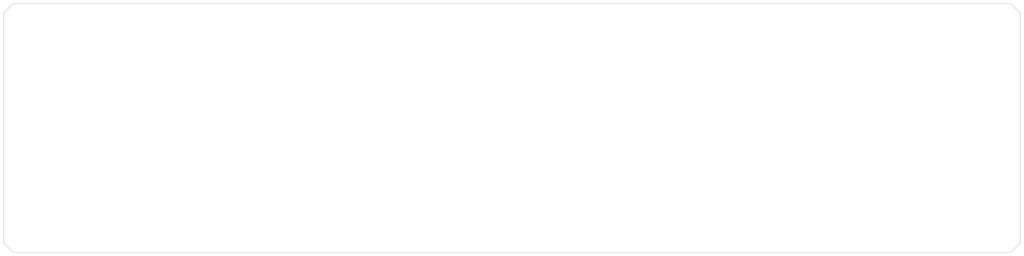
<source format=kicad_pcb>
(kicad_pcb (version 20211014) (generator pcbnew)

  (general
    (thickness 1.6062)
  )

  (paper "A4")
  (layers
    (0 "F.Cu" signal)
    (1 "In1.Cu" signal)
    (2 "In2.Cu" signal)
    (31 "B.Cu" signal)
    (32 "B.Adhes" user "B.Adhesive")
    (33 "F.Adhes" user "F.Adhesive")
    (34 "B.Paste" user)
    (35 "F.Paste" user)
    (36 "B.SilkS" user "B.Silkscreen")
    (37 "F.SilkS" user "F.Silkscreen")
    (38 "B.Mask" user)
    (39 "F.Mask" user)
    (40 "Dwgs.User" user "User.Drawings")
    (41 "Cmts.User" user "User.Comments")
    (42 "Eco1.User" user "User.Eco1")
    (43 "Eco2.User" user "User.Eco2")
    (44 "Edge.Cuts" user)
    (45 "Margin" user)
    (46 "B.CrtYd" user "B.Courtyard")
    (47 "F.CrtYd" user "F.Courtyard")
    (48 "B.Fab" user)
    (49 "F.Fab" user)
    (50 "User.1" user)
    (51 "User.2" user)
    (52 "User.3" user)
    (53 "User.4" user)
    (54 "User.5" user)
    (55 "User.6" user)
    (56 "User.7" user)
    (57 "User.8" user)
    (58 "User.9" user)
  )

  (setup
    (stackup
      (layer "F.SilkS" (type "Top Silk Screen") (color "White"))
      (layer "F.Paste" (type "Top Solder Paste"))
      (layer "F.Mask" (type "Top Solder Mask") (color "Black") (thickness 0.01))
      (layer "F.Cu" (type "copper") (thickness 0.035))
      (layer "dielectric 1" (type "prepreg") (thickness 0.2104) (material "FR4") (epsilon_r 4.5) (loss_tangent 0.02))
      (layer "In1.Cu" (type "copper") (thickness 0.0152))
      (layer "dielectric 2" (type "core") (thickness 1.065) (material "FR4") (epsilon_r 4.5) (loss_tangent 0.02))
      (layer "In2.Cu" (type "copper") (thickness 0.0152))
      (layer "dielectric 3" (type "prepreg") (thickness 0.2104) (material "FR4") (epsilon_r 4.5) (loss_tangent 0.02))
      (layer "B.Cu" (type "copper") (thickness 0.035))
      (layer "B.Mask" (type "Bottom Solder Mask") (color "Black") (thickness 0.01))
      (layer "B.Paste" (type "Bottom Solder Paste"))
      (layer "B.SilkS" (type "Bottom Silk Screen") (color "White"))
      (copper_finish "None")
      (dielectric_constraints no)
    )
    (pad_to_mask_clearance 0)
    (aux_axis_origin 46 81)
    (grid_origin 66 101)
    (pcbplotparams
      (layerselection 0x00010fc_ffffffff)
      (disableapertmacros false)
      (usegerberextensions false)
      (usegerberattributes true)
      (usegerberadvancedattributes true)
      (creategerberjobfile true)
      (svguseinch false)
      (svgprecision 6)
      (excludeedgelayer true)
      (plotframeref false)
      (viasonmask false)
      (mode 1)
      (useauxorigin false)
      (hpglpennumber 1)
      (hpglpenspeed 20)
      (hpglpendiameter 15.000000)
      (dxfpolygonmode true)
      (dxfimperialunits true)
      (dxfusepcbnewfont true)
      (psnegative false)
      (psa4output false)
      (plotreference true)
      (plotvalue true)
      (plotinvisibletext false)
      (sketchpadsonfab false)
      (subtractmaskfromsilk false)
      (outputformat 1)
      (mirror false)
      (drillshape 1)
      (scaleselection 1)
      (outputdirectory "")
    )
  )

  (net 0 "")

  (gr_poly
    (pts
      (xy 48 81.5)
      (xy 204 81.5)
      (xy 205.5 83)
      (xy 205.5 119)
      (xy 204 120.5)
      (xy 48 120.5)
      (xy 46.5 119)
      (xy 46.5 83)
    ) (layer "Edge.Cuts") (width 0.1) (fill none) (tstamp ae85af8d-0385-40e0-a15e-890a063431b3))
  (gr_circle (center 53.3 93.38) (end 53.3 92.11) (layer "User.1") (width 0.15) (fill none) (tstamp 002d9934-c8f6-4e33-bbc3-e9234f6189f4))
  (gr_circle (center 78.7 106.08) (end 78.7 104.81) (layer "User.1") (width 0.15) (fill none) (tstamp 023e83de-af62-4d05-a9a3-fa97a16d3291))
  (gr_circle (center 191.08 113.7) (end 192.35 113.7) (layer "User.1") (width 0.15) (fill none) (tstamp 0259ff47-65c5-4996-9811-dfd0a949dfd5))
  (gr_circle (center 53.3 111.16) (end 53.3 109.89) (layer "User.1") (width 0.15) (fill none) (tstamp 028b0f3f-9b95-415f-9806-a2012f466759))
  (gr_circle (center 71.08 113.7) (end 72.35 113.7) (layer "User.1") (width 0.15) (fill none) (tstamp 04d8c0b9-fd28-4312-95c2-58e88c5ac9b0))
  (gr_circle (center 133.3 93.38) (end 133.3 92.11) (layer "User.1") (width 0.15) (fill none) (tstamp 058c4542-b4dc-4d61-a9ff-a04f45760538))
  (gr_circle (center 73.62 88.3) (end 74.89 88.3) (layer "User.1") (width 0.15) (fill none) (tstamp 076857b1-b885-4a0b-8db3-60dcff1d111c))
  (gr_rect (start 77.43 112.43) (end 79.97 89.57) (layer "User.1") (width 0.15) (fill none) (tstamp 07b1ed44-9a28-4334-8e8d-8bd4b53f5e8d))
  (gr_circle (center 113.62 88.3) (end 114.89 88.3) (layer "User.1") (width 0.15) (fill none) (tstamp 0873b673-9097-4506-813d-6ca3318e0e49))
  (gr_circle (center 66 88.3) (end 67.27 88.3) (layer "User.1") (width 0.15) (fill none) (tstamp 0a318eb1-a61a-42cf-b009-c5111886aae9))
  (gr_circle (center 173.3 98.46) (end 173.3 97.19) (layer "User.1") (width 0.15) (fill none) (tstamp 0c0583c7-ad62-48ce-8ed7-0f6fca4fd686))
  (gr_circle (center 138.38 88.3) (end 139.65 88.3) (layer "User.1") (width 0.15) (fill none) (tstamp 0cf8abe6-4767-407e-8920-8266baeb3500))
  (gr_circle (center 78.7 98.46) (end 78.7 97.19) (layer "User.1") (width 0.15) (fill none) (tstamp 0f080dfc-c990-4358-9955-cc56dfa127d9))
  (gr_circle (center 78.7 108.62) (end 78.7 107.35) (layer "User.1") (width 0.15) (fill none) (tstamp 0fa87829-a054-48e5-9f01-293522c3a902))
  (gr_circle (center 173.3 106.08) (end 173.3 104.81) (layer "User.1") (width 0.15) (fill none) (tstamp 102c6113-de2a-428d-83db-5002296c500f))
  (gr_circle (center 158.7 95.92) (end 158.7 94.65) (layer "User.1") (width 0.15) (fill none) (tstamp 12b4c51a-1595-459c-aead-fdcfdcf9661b))
  (gr_circle (center 118.7 108.62) (end 118.7 107.35) (layer "User.1") (width 0.15) (fill none) (tstamp 12e018d9-bf61-4922-b537-5dce006701d6))
  (gr_circle (center 188.54 88.3) (end 189.81 88.3) (layer "User.1") (width 0.15) (fill none) (tstamp 12eb3935-7410-421a-a576-efc29cfabfb7))
  (gr_circle (center 66 113.7) (end 67.27 113.7) (layer "User.1") (width 0.15) (fill none) (tstamp 149e3321-4867-4c96-932a-aa4b94134f02))
  (gr_circle (center 93.3 106.08) (end 93.3 104.81) (layer "User.1") (width 0.15) (fill none) (tstamp 14bd52d6-d309-4c93-8a69-7bfa893c9fa4))
  (gr_circle (center 118.7 111.16) (end 118.7 109.89) (layer "User.1") (width 0.15) (fill none) (tstamp 189dd023-7623-4c5f-a5a7-0c32df952be6))
  (gr_circle (center 78.7 95.92) (end 78.7 94.65) (layer "User.1") (width 0.15) (fill none) (tstamp 1cce4635-2dc7-4081-841c-9950002cf8f4))
  (gr_circle (center 196.16 113.7) (end 197.43 113.7) (layer "User.1") (width 0.15) (fill none) (tstamp 1d631efe-8c7e-4943-83e2-21bb3843a3b9))
  (gr_circle (center 58.38 113.7) (end 59.65 113.7) (layer "User.1") (width 0.15) (fill none) (tstamp 2078dde6-d398-4942-9624-11a7540c015e))
  (gr_circle (center 198.7 106.08) (end 198.7 104.81) (layer "User.1") (width 0.15) (fill none) (tstamp 221e9ac4-f0d5-47cd-a3f5-fe97a540b037))
  (gr_circle (center 173.3 103.54) (end 173.3 102.27) (layer "User.1") (width 0.15) (fill none) (tstamp 232bf9cb-4d2b-4f26-b837-07c55e6d6ead))
  (gr_circle (center 135.84 88.3) (end 137.11 88.3) (layer "User.1") (width 0.15) (fill none) (tstamp 233a2849-c67a-4e89-8614-c46bebcf2a5c))
  (gr_circle (center 146 88.3) (end 147.27 88.3) (layer "User.1") (width 0.15) (fill none) (tstamp 24ca4f5b-7791-4df7-95ac-bee026e9115e))
  (gr_circle (center 78.7 111.16) (end 78.7 109.89) (layer "User.1") (width 0.15) (fill none) (tstamp 2876169e-b1c0-4fe0-9f2f-692cd4336b6b))
  (gr_circle (center 108.54 88.3) (end 109.81 88.3) (layer "User.1") (width 0.15) (fill none) (tstamp 28c33219-826f-4fd0-9590-41c461014511))
  (gr_circle (center 146 113.7) (end 147.27 113.7) (layer "User.1") (width 0.15) (fill none) (tstamp 29935db6-936f-4f5b-aa24-66242412e2fe))
  (gr_circle (center 133.3 101) (end 133.3 99.73) (layer "User.1") (width 0.15) (fill none) (tstamp 2ce03b35-aa00-4312-ab8c-311f096f680d))
  (gr_circle (center 198.7 111.16) (end 198.7 109.89) (layer "User.1") (width 0.15) (fill none) (tstamp 2db9490d-0287-4d67-9f9b-f05ec32c3e98))
  (gr_circle (center 106 88.3) (end 107.27 88.3) (layer "User.1") (width 0.15) (fill none) (tstamp 2fe549bb-e336-4a99-90af-7f353278cd75))
  (gr_circle (center 103.46 88.3) (end 104.73 88.3) (layer "User.1") (width 0.15) (fill none) (tstamp 3deef85d-fad1-4f10-9e7f-5cfbae98b510))
  (gr_circle (center 148.54 113.7) (end 149.81 113.7) (layer "User.1") (width 0.15) (fill none) (tstamp 3e5fb51f-9d3e-48e1-a529-6a22344781b6))
  (gr_circle (center 193.62 113.7) (end 194.89 113.7) (layer "User.1") (width 0.15) (fill none) (tstamp 41cb5522-ee0e-4116-9bf1-6b5fb66451db))
  (gr_circle (center 178.38 113.7) (end 179.65 113.7) (layer "User.1") (width 0.15) (fill none) (tstamp 42dda1c5-3d2d-4f88-994a-e9080338e067))
  (gr_circle (center 173.3 93.38) (end 173.3 92.11) (layer "User.1") (width 0.15) (fill none) (tstamp 440df216-e249-4407-a697-c3dc63827400))
  (gr_rect (start 132.03 112.43) (end 134.57 89.57) (layer "User.1") (width 0.15) (fill none) (tstamp 44aae05b-77df-4bab-a2f5-a7b2dd8f386a))
  (gr_circle (center 55.84 88.3) (end 57.11 88.3) (layer "User.1") (width 0.15) (fill none) (tstamp 44fa9f65-2477-41eb-bd00-685a78d765d1))
  (gr_circle (center 93.3 98.46) (end 93.3 97.19) (layer "User.1") (width 0.15) (fill none) (tstamp 47116c51-9801-4cab-9da9-ac747247fb6d))
  (gr_circle (center 108.54 113.7) (end 109.81 113.7) (layer "User.1") (width 0.15) (fill none) (tstamp 47b3f2ba-7e52-41a0-909e-fa9af0f32383))
  (gr_circle (center 78.7 101) (end 78.7 99.73) (layer "User.1") (width 0.15) (fill none) (tstamp 4bbf8134-0015-49ac-9a22-521d8c5dcfe2))
  (gr_circle (center 198.7 90.84) (end 198.7 89.57) (layer "User.1") (width 0.15) (fill none) (tstamp 4db39c33-6c29-429d-8982-766b7dc8f951))
  (gr_circle (center 198.7 108.62) (end 198.7 107.35) (layer "User.1") (width 0.15) (fill none) (tstamp 51854fba-064c-4c69-ba8e-787483c0a14a))
  (gr_circle (center 173.3 101) (end 173.3 99.73) (layer "User.1") (width 0.15) (fill none) (tstamp 52ed27ad-4dad-4295-aa3f-2cfc697b754e))
  (gr_circle (center 173.3 90.84) (end 173.3 89.57) (layer "User.1") (width 0.15) (fill none) (tstamp 5370bea5-a7ae-42e2-88b5-97a831d2b7d7))
  (gr_rect (start 172.03 112.43) (end 174.57 89.57) (layer "User.1") (width 0.15) (fill none) (tstamp 539134b0-e5ce-4c33-abc3-e24462e52f6f))
  (gr_circle (center 175.84 88.3) (end 177.11 88.3) (layer "User.1") (width 0.15) (fill none) (tstamp 5617ae44-7710-4110-81be-10d40662cde6))
  (gr_rect (start 94.57 87.03) (end 117.43 89.57) (layer "User.1") (width 0.15) (fill none) (tstamp 59468208-a8c6-49bb-b813-59e516079a92))
  (gr_circle (center 78.7 93.38) (end 78.7 92.11) (layer "User.1") (width 0.15) (fill none) (tstamp 5badb200-b537-4b1f-bcd7-e268c39a42cb))
  (gr_circle (center 111.08 88.3) (end 112.35 88.3) (layer "User.1") (width 0.15) (fill none) (tstamp 5cd3e572-1eeb-4d99-8828-5f85ee86778a))
  (gr_circle (center 118.7 103.54) (end 118.7 102.27) (layer "User.1") (width 0.15) (fill none) (tstamp 5e003c17-ddd0-4a84-bae4-115dbec842dd))
  (gr_rect (start 174.57 112.43) (end 197.43 114.97) (layer "User.1") (width 0.15) (fill none) (tstamp 5e151dc0-4c72-44f1-a9e1-c06e852e5018))
  (gr_circle (center 53.3 95.92) (end 53.3 94.65) (layer "User.1") (width 0.15) (fill none) (tstamp 5ece3abc-14df-4e17-aea3-74d7874b2172))
  (gr_circle (center 196.16 88.3) (end 197.43 88.3) (layer "User.1") (width 0.15) (fill none) (tstamp 5ff492e9-0b40-4201-bbb5-ebcb47af2f3b))
  (gr_circle (center 133.3 98.46) (end 133.3 97.19) (layer "User.1") (width 0.15) (fill none) (tstamp 607ae340-d1d7-4a9e-a095-fe8321790b35))
  (gr_circle (center 93.3 111.16) (end 93.3 109.89) (layer "User.1") (width 0.15) (fill none) (tstamp 61c0299f-496b-40f6-bb2e-f17cb3e660a6))
  (gr_circle (center 178.38 88.3) (end 179.65 88.3) (layer "User.1") (width 0.15) (fill none) (tstamp 625b5440-f541-45ba-bd71-3bc5594af0d9))
  (gr_circle (center 193.62 88.3) (end 194.89 88.3) (layer "User.1") (width 0.15) (fill none) (tstamp 64ae08ad-06f1-4d67-a461-6ae28ff358f9))
  (gr_circle (center 93.3 90.84) (end 93.3 89.57) (layer "User.1") (width 0.15) (fill none) (tstamp 67529e39-5a12-4e4d-a26f-6caef6e3d224))
  (gr_circle (center 186 88.3) (end 187.27 88.3) (layer "User.1") (width 0.15) (fill none) (tstamp 68251a2c-a224-466f-a394-3320c18461d8))
  (gr_circle (center 68.54 113.7) (end 69.81 113.7) (layer "User.1") (width 0.15) (fill none) (tstamp 68da07ad-f184-46b8-81b5-0ab2e762cfa2))
  (gr_rect (start 92.03 112.43) (end 94.57 89.57) (layer "User.1") (width 0.15) (fill none) (tstamp 6a596e6a-3010-4e40-ac7c-b86783cab220))
  (gr_circle (center 60.92 88.3) (end 62.19 88.3) (layer "User.1") (width 0.15) (fill none) (tstamp 6affb22c-39ed-426b-b47f-6b5673049261))
  (gr_circle (center 175.84 113.7) (end 177.11 113.7) (layer "User.1") (width 0.15) (fill none) (tstamp 6b8dcce9-e2dd-40fc-9a2f-c34566de052f))
  (gr_circle (center 53.3 106.08) (end 53.3 104.81) (layer "User.1") (width 0.15) (fill none) (tstamp 6cbe0dbf-de1b-4f78-a3bd-0e61028b2bd0))
  (gr_circle (center 133.3 106.08) (end 133.3 104.81) (layer "User.1") (width 0.15) (fill none) (tstamp 743c06d7-398a-4243-a619-06e1708ae533))
  (gr_rect (start 197.43 112.43) (end 199.97 89.57) (layer "User.1") (width 0.15) (fill none) (tstamp 749ce235-01a4-44e0-a037-25b23b3fc72c))
  (gr_circle (center 53.3 103.54) (end 53.3 102.27) (layer "User.1") (width 0.15) (fill none) (tstamp 7535a7f5-e263-48a8-9037-6f2fa1d8af9c))
  (gr_circle (center 158.7 101) (end 158.7 99.73) (layer "User.1") (width 0.15) (fill none) (tstamp 75411be5-49dd-4001-82e1-37225580afdf))
  (gr_rect (start 174.57 87.03) (end 197.43 89.57) (layer "User.1") (width 0.15) (fill none) (tstamp 75880152-d170-4b11-ab79-36fa0b948fda))
  (gr_circle (center 78.7 90.84) (end 78.7 89.57) (layer "User.1") (width 0.15) (fill none) (tstamp 7935eebc-b9ea-4d3b-8779-d785a97d723c))
  (gr_circle (center 95.84 113.7) (end 97.11 113.7) (layer "User.1") (width 0.15) (fill none) (tstamp 79b6caba-8a35-48dd-9a5c-ba2da95d0548))
  (gr_circle (center 93.3 103.54) (end 93.3 102.27) (layer "User.1") (width 0.15) (fill none) (tstamp 7a3606ba-1923-457e-9c03-bf8496c6cae2))
  (gr_rect (start 54.57 87.03) (end 77.43 89.57) (layer "User.1") (width 0.15) (fill none) (tstamp 7cb26442-f4ad-44e3-9b68-d4cce9e4f608))
  (gr_circle (center 100.92 88.3) (end 102.19 88.3) (layer "User.1") (width 0.15) (fill none) (tstamp 7fbc182b-8fb1-403c-bcae-f8241d9794bc))
  (gr_circle (center 116.16 113.7) (end 117.43 113.7) (layer "User.1") (width 0.15) (fill none) (tstamp 802c0dfc-f3fc-43cd-9058-5961cd2c1d81))
  (gr_circle (center 151.08 113.7) (end 152.35 113.7) (layer "User.1") (width 0.15) (fill none) (tstamp 838b4c7f-b6ed-4108-a677-154fce239ecf))
  (gr_circle (center 103.46 113.7) (end 104.73 113.7) (layer "User.1") (width 0.15) (fill none) (tstamp 84e55b9b-4af5-4ccf-a2e4-9b42fb387324))
  (gr_circle (center 158.7 106.08) (end 158.7 104.81) (layer "User.1") (width 0.15) (fill none) (tstamp 85931701-aafb-4595-9341-41ea055bfbf8))
  (gr_circle (center 133.3 90.84) (end 133.3 89.57) (layer "User.1") (width 0.15) (fill none) (tstamp 865e6975-f053-4535-8deb-d426b16e54c8))
  (gr_circle (center 198.7 98.46) (end 198.7 97.19) (layer "User.1") (width 0.15) (fill none) (tstamp 89778500-a704-4310-9c5e-e2c3e9044422))
  (gr_rect (start 134.57 87.03) (end 157.43 89.57) (layer "User.1") (width 0.15) (fill none) (tstamp 8a8698f5-9eef-469b-8024-9ec7522e1edf))
  (gr_circle (center 133.3 108.62) (end 133.3 107.35) (layer "User.1") (width 0.15) (fill none) (tstamp 8a9ab13b-6332-4b41-b4fa-d0941722e1ca))
  (gr_circle (center 173.3 108.62) (end 173.3 107.35) (layer "User.1") (width 0.15) (fill none) (tstamp 8d6d34ae-8aaf-4299-89ce-8667fae054ae))
  (gr_circle (center 133.3 103.54) (end 133.3 102.27) (layer "User.1") (width 0.15) (fill none) (tstamp 8ff70e53-1d41-4f58-8d9b-9e8cbb9394fc))
  (gr_circle (center 188.54 113.7) (end 189.81 113.7) (layer "User.1") (width 0.15) (fill none) (tstamp 939c6909-ff38-41ca-af5b-c18ee8c99a27))
  (gr_circle (center 183.46 88.3) (end 184.73 88.3) (layer "User.1") (width 0.15) (fill none) (tstamp 96d4f8aa-9897-4d37-bce2-919a7129a604))
  (gr_circle (center 76.16 113.7) (end 77.43 113.7) (layer "User.1") (width 0.15) (fill none) (tstamp 9be582bc-40ea-4803-bfa0-585998db1641))
  (gr_circle (center 143.46 113.7) (end 144.73 113.7) (layer "User.1") (width 0.15) (fill none) (tstamp 9e6f6d5b-2aee-4d3a-bc54-d242807adace))
  (gr_circle (center 76.16 88.3) (end 77.43 88.3) (layer "User.1") (width 0.15) (fill none) (tstamp 9e8812a0-35e6-4a8e-8963-f33111361433))
  (gr_circle (center 198.7 93.38) (end 198.7 92.11) (layer "User.1") (width 0.15) (fill none) (tstamp 9f79ebf7-56bf-402b-85e5-a46c7b786d82))
  (gr_circle (center 98.38 88.3) (end 99.65 88.3) (layer "User.1") (width 0.15) (fill none) (tstamp a061e8e2-eb5d-46dc-a23f-f672eafd5cd1))
  (gr_circle (center 95.84 88.3) (end 97.11 88.3) (layer "User.1") (width 0.15) (fill none) (tstamp a1c9adc6-d71d-4f68-a4bf-54d2cf1fa191))
  (gr_circle (center 113.62 113.7) (end 114.89 113.7) (layer "User.1") (width 0.15) (fill none) (tstamp a5636ac6-7fb6-4d6d-87ad-69ed9a9c0cdc))
  (gr_circle (center 98.38 113.7) (end 99.65 113.7) (layer "User.1") (width 0.15) (fill none) (tstamp a5d9562d-2855-4df2-85ce-a6c70ea08f7b))
  (gr_circle (center 180.92 88.3) (end 182.19 88.3) (layer "User.1") (width 0.15) (fill none) (tstamp a6387e07-22be-4201-9515-7bbfce7ea109))
  (gr_circle (center 93.3 108.62) (end 93.3 107.35) (layer "User.1") (width 0.15) (fill none) (tstamp a74125fb-a09b-4553-883a-78266b2716c0))
  (gr_circle (center 78.7 103.54) (end 78.7 102.27) (layer "User.1") (width 0.15) (fill none) (tstamp a873b4ec-14ed-4f61-bb24-0bdc2f47ccc2))
  (gr_circle (center 198.7 95.92) (end 198.7 94.65) (layer "User.1") (width 0.15) (fill none) (tstamp acad3394-9c59-4a62-b373-ea087578fca1))
  (gr_circle (center 133.3 111.16) (end 133.3 109.89) (layer "User.1") (width 0.15) (fill none) (tstamp aecce269-3dbd-4d3e-8b8d-069da310ffe0))
  (gr_circle (center 158.7 108.62) (end 158.7 107.35) (layer "User.1") (width 0.15) (fill none) (tstamp b28a7231-1dbc-4231-b4bb-f4b53c6c7838))
  (gr_rect (start 94.57 112.43) (end 117.43 114.97) (layer "User.1") (width 0.15) (fill none) (tstamp b329685d-d519-41c0-9aa7-5f33635e6336))
  (gr_circle (center 111.08 113.7) (end 112.35 113.7) (layer "User.1") (width 0.15) (fill none) (tstamp b5d062f2-25bf-42d3-a7dc-35d1daa3703b))
  (gr_circle (center 106 113.7) (end 107.27 113.7) (layer "User.1") (width 0.15) (fill none) (tstamp bb1f5e92-e85e-477d-9984-1c20fdd2a025))
  (gr_circle (center 133.3 95.92) (end 133.3 94.65) (layer "User.1") (width 0.15) (fill none) (tstamp bc9192b8-64f2-46e9-9293-98be5bbfe440))
  (gr_circle (center 53.3 98.46) (end 53.3 97.19) (layer "User.1") (width 0.15) (fill none) (tstamp bd0209be-e7ea-42a5-96b3-d808e4806df1))
  (gr_circle (center 198.7 103.54) (end 198.7 102.27) (layer "User.1") (width 0.15) (fill none) (tstamp bd5c814b-3bd4-4208-937d-5b865bfddc4e))
  (gr_circle (center 118.7 90.84) (end 118.7 89.57) (layer "User.1") (width 0.15) (fill none) (tstamp be170511-a6a2-45e3-ab62-48c773153fab))
  (gr_circle (center 156.16 113.7) (end 157.43 113.7) (layer "User.1") (width 0.15) (fill none) (tstamp bf0a02ee-51a8-40a5-82c3-b107cf777440))
  (gr_circle (center 151.08 88.3) (end 152.35 88.3) (layer "User.1") (width 0.15) (fill none) (tstamp bfc4f0a7-a3f9-4e5b-8d69-4dce5c187712))
  (gr_circle (center 153.62 113.7) (end 154.89 113.7) (layer "User.1") (width 0.15) (fill none) (tstamp c0481c8f-57da-471a-81e9-3d01c3a0a09d))
  (gr_circle (center 138.38 113.7) (end 139.65 113.7) (layer "User.1") (width 0.15) (fill none) (tstamp c15dfccb-63c6-4537-b344-abd93f178c08))
  (gr_rect (start 52.03 112.43) (end 54.57 89.57) (layer "User.1") (width 0.15) (fill none) (tstamp c24d159b-5367-47b4-8355-4e8aa4aff730))
  (gr_circle (center 135.84 113.7) (end 137.11 113.7) (layer "User.1") (width 0.15) (fill none) (tstamp c51fb066-e5de-4e2f-9d66-08c7829f08da))
  (gr_circle (center 53.3 101) (end 53.3 99.73) (layer "User.1") (width 0.15) (fill none) (tstamp c8472d16-18c1-4c53-a380-ba42c968dc4f))
  (gr_circle (center 158.7 98.46) (end 158.7 97.19) (layer "User.1") (width 0.15) (fill none) (tstamp caeaa7f3-38c2-44e5-9765-fa16332f6048))
  (gr_circle (center 158.7 90.84) (end 158.7 89.57) (layer "User.1") (width 0.15) (fill none) (tstamp cbb48510-22f9-48a2-abab-13e0e5e52d63))
  (gr_circle (center 186 113.7) (end 187.27 113.7) (layer "User.1") (width 0.15) (fill none) (tstamp cbccfda2-5682-4d54-a3ae-590dc93b075d))
  (gr_circle (center 93.3 93.38) (end 93.3 92.11) (layer "User.1") (width 0.15) (fill none) (tstamp cc120185-20e5-4998-9e9e-31f75f3339f8))
  (gr_circle (center 158.7 93.38) (end 158.7 92.11) (layer "User.1") (width 0.15) (fill none) (tstamp cd65f29a-7c7c-453a-9049-200d464e98de))
  (gr_circle (center 60.92 113.7) (end 62.19 113.7) (layer "User.1") (width 0.15) (fill none) (tstamp cd7e8386-9233-4658-8804-b9f559c92d3a))
  (gr_rect (start 54.57 112.43) (end 77.43 114.97) (layer "User.1") (width 0.15) (fill none) (tstamp cfdd9c0d-cd37-439a-909d-b8a2edd51242))
  (gr_circle (center 53.3 108.62) (end 53.3 107.35) (layer "User.1") (width 0.15) (fill none) (tstamp d05f3ed3-02e5-403a-b38e-46d4cc9c20c5))
  (gr_circle (center 191.08 88.3) (end 192.35 88.3) (layer "User.1") (width 0.15) (fill none) (tstamp d1874b35-e47f-4095-9dcb-0781f9b3004c))
  (gr_circle (center 116.16 88.3) (end 117.43 88.3) (layer "User.1") (width 0.15) (fill none) (tstamp d20a6bed-f6c3-4c1b-8ef6-452ebd5d0a17))
  (gr_circle (center 183.46 113.7) (end 184.73 113.7) (layer "User.1") (width 0.15) (fill none) (tstamp d61962a7-def1-495b-9c2d-1e41ca9cb97e))
  (gr_circle (center 198.7 101) (end 198.7 99.73) (layer "User.1") (width 0.15) (fill none) (tstamp d7ffd145-953a-4277-872a-e619196be1ef))
  (gr_rect (start 157.43 112.43) (end 159.97 89.57) (layer "User.1") (width 0.15) (fill none) (tstamp d8d8e742-4c94-4444-bf1c-662b02fc4216))
  (gr_circle (center 100.92 113.7) (end 102.19 113.7) (layer "User.1") (width 0.15) (fill none) (tstamp d9550584-01f3-412c-8fbd-bfd3f243276e))
  (gr_circle (center 71.08 88.3) (end 72.35 88.3) (layer "User.1") (width 0.15) (fill none) (tstamp d9a6595b-93c6-4120-9036-60ddaba5e740))
  (gr_circle (center 63.46 113.7) (end 64.73 113.7) (layer "User.1") (width 0.15) (fill none) (tstamp da0b77f4-2fe0-45a0-972c-c860bad039b8))
  (gr_circle (center 140.92 88.3) (end 142.19 88.3) (layer "User.1") (width 0.15) (fill none) (tstamp ddcf6c8e-f227-47cf-a70c-60f43b292f6a))
  (gr_circle (center 158.7 103.54) (end 158.7 102.27) (layer "User.1") (width 0.15) (fill none) (tstamp def17f8b-269b-4068-8522-bf558f0442ec))
  (gr_rect (start 117.43 112.43) (end 119.97 89.57) (layer "User.1") (width 0.15) (fill none) (tstamp dfadb04f-1e3e-48fd-b285-a82166be0353))
  (gr_circle (center 148.54 88.3) (end 149.81 88.3) (layer "User.1") (width 0.15) (fill none) (tstamp dff27367-2b82-4e4b-b78f-6283c54c7911))
  (gr_circle (center 158.7 111.16) (end 158.7 109.89) (layer "User.1") (width 0.15) (fill none) (tstamp e13a4115-c61e-41f7-853b-357626e6ced2))
  (gr_circle (center 93.3 101) (end 93.3 99.73) (layer "User.1") (width 0.15) (fill none) (tstamp e370fb16-078c-407d-a2d3-a0bf51485ca0))
  (gr_circle (center 53.3 90.84) (end 53.3 89.57) (layer "User.1") (width 0.15) (fill none) (tstamp e415ddc3-c0dc-4555-9b92-4db24d3eff2a))
  (gr_circle (center 173.3 111.16) (end 173.3 109.89) (layer "User.1") (width 0.15) (fill none) (tstamp e4a200c5-2220-410c-bb9c-56667178f752))
  (gr_circle (center 156.16 88.3) (end 157.43 88.3) (layer "User.1") (width 0.15) (fill none) (tstamp e7e4b34f-4a9d-4962-9ebf-3e032ac78ef6))
  (gr_circle (center 63.46 88.3) (end 64.73 88.3) (layer "User.1") (width 0.15) (fill none) (tstamp e88a8610-76d0-4116-8deb-41226f89eed9))
  (gr_circle (center 118.7 106.08) (end 118.7 104.81) (layer "User.1") (width 0.15) (fill none) (tstamp e89f584b-1111-4186-ae21-d60ff5726edf))
  (gr_circle (center 93.3 95.92) (end 93.3 94.65) (layer "User.1") (width 0.15) (fill none) (tstamp e8e3abc9-0bc4-499c-92bf-65f4dfd6ce55))
  (gr_circle (center 118.7 95.92) (end 118.7 94.65) (layer "User.1") (width 0.15) (fill none) (tstamp e970044b-c972-4764-8090-4efb1fa02fad))
  (gr_rect (start 134.57 112.43) (end 157.43 114.97) (layer "User.1") (width 0.15) (fill none) (tstamp e9933bc5-ad7d-4137-a356-95b21f82a7e9))
  (gr_circle (center 58.38 88.3) (end 59.65 88.3) (layer "User.1") (width 0.15) (fill none) (tstamp ea411cba-c717-419a-b472-28a0a978c8f5))
  (gr_circle (center 118.7 98.46) (end 118.7 97.19) (layer "User.1") (width 0.15) (fill none) (tstamp ea86c840-7a7c-4c0b-8fbb-d0ac6c5a5a22))
  (gr_circle (center 153.62 88.3) (end 154.89 88.3) (layer "User.1") (width 0.15) (fill none) (tstamp ea9380ae-a9f1-4d5b-b667-61f79d365959))
  (gr_circle (center 143.46 88.3) (end 144.73 88.3) (layer "User.1") (width 0.15) (fill none) (tstamp eaf232cc-4f86-44b9-b17a-a428b50267e1))
  (gr_circle (center 68.54 88.3) (end 69.81 88.3) (layer "User.1") (width 0.15) (fill none) (tstamp ee2f96be-c55e-4f5c-bf83-f64f42267ff8))
  (gr_circle (center 173.3 95.92) (end 173.3 94.65) (layer "User.1") (width 0.15) (fill none) (tstamp ee7d51e2-b087-4298-b574-15adf54008fc))
  (gr_circle (center 118.7 101) (end 118.7 99.73) (layer "User.1") (width 0.15) (fill none) (tstamp f1494f36-1384-4407-b992-55792b1d7b82))
  (gr_circle (center 55.84 113.7) (end 57.11 113.7) (layer "User.1") (width 0.15) (fill none) (tstamp f26cffa6-7cc2-4003-abc4-95d98abc5125))
  (gr_circle (center 140.92 113.7) (end 142.19 113.7) (layer "User.1") (width 0.15) (fill none) (tstamp f35f653c-d6cd-48eb-ac1e-a1ad0a97eb92))
  (gr_circle (center 118.7 93.38) (end 118.7 92.11) (layer "User.1") (width 0.15) (fill none) (tstamp f739958e-cd02-4af0-9264-b38b7eee6f3b))
  (gr_circle (center 73.62 113.7) (end 74.89 113.7) (layer "User.1") (width 0.15) (fill none) (tstamp f8065909-de93-43f0-8e29-9be17bb14eaf))
  (gr_circle (center 180.92 113.7) (end 182.19 113.7) (layer "User.1") (width 0.15) (fill none) (tstamp f9456ca3-2555-46de-816d-ee884483f3b0))
  (gr_rect (start 46 81) (end 86 121) (layer "User.8") (width 0.15) (fill none) (tstamp 1c83bd42-0034-452f-984c-359e4b56b0ac))
  (gr_rect (start 126 81) (end 166 121) (layer "User.8") (width 0.15) (fill none) (tstamp 9b467b28-1cfd-4886-b244-48d503a31c31))
  (gr_rect (start 86 81) (end 126 121) (layer "User.8") (width 0.15) (fill none) (tstamp c317bd55-effe-4526-8bb5-b15eee11e102))
  (gr_rect (start 166 81) (end 206 121) (layer "User.8") (width 0.15) (fill none) (tstamp dcb39eae-75b2-46c6-b4bd-2c82992536fe))
  (gr_text "SCL" (at 68.54 85.061428 270) (layer "User.1") (tstamp 00d84f7f-e019-43ee-a6f7-42af0584c70b)
    (effects (font (size 1.5 1) (thickness 0.2)))
  )
  (gr_text "SCLK" (at 113.62 117.867143 90) (layer "User.1") (tstamp 023581d9-51c7-46ed-a7df-64b192573448)
    (effects (font (size 1.5 1) (thickness 0.2)))
  )
  (gr_text "SCL" (at 129.394762 98.46) (layer "User.1") (tstamp 028643ff-d5cb-463f-9d98-c53c2f91b301)
    (effects (font (size 1.5 1) (thickness 0.2)))
  )
  (gr_text "GND" (at 162.37 90.84) (layer "User.1") (tstamp 035a7d70-303d-445a-9b3a-14eddedb53c1)
    (effects (font (size 1.5 1) (thickness 0.2)))
  )
  (gr_text "SDA" (at 106 117.390952 90) (layer "User.1") (tstamp 037358e1-ebe3-49bb-917e-dedba94aa0f9)
    (effects (font (size 1.5 1) (thickness 0.2)))
  )
  (gr_text "GPIO" (at 129.01381 95.92) (layer "User.1") (tstamp 08b21af6-9ec8-454f-a1c3-0c65226f75b8)
    (effects (font (size 1.5 1) (thickness 0.2)))
  )
  (gr_text "SDA" (at 162.250953 101) (layer "User.1") (tstamp 0c7e4e42-b338-47b6-b16d-f39b489f9e69)
    (effects (font (size 1.5 1) (thickness 0.2)))
  )
  (gr_text "SCLK" (at 88.894762 108.62) (layer "User.1") (tstamp 0d43635d-8652-49ce-9887-dd20feaebc3e)
    (effects (font (size 1.5 1) (thickness 0.2)))
  )
  (gr_text "SCL" (at 49.394762 98.46) (layer "User.1") (tstamp 12290910-e1c4-4f12-a089-9b99be24c1fc)
    (effects (font (size 1.5 1) (thickness 0.2)))
  )
  (gr_text "GND" (at 169.251905 111.16) (layer "User.1") (tstamp 124c262c-4efb-4084-9d0b-d4658d024509)
    (effects (font (size 1.5 1) (thickness 0.2)))
  )
  (gr_text "SCLK" (at 193.62 117.867143 90) (layer "User.1") (tstamp 13388850-4205-49f9-bc8d-3946e05d0a91)
    (effects (font (size 1.5 1) (thickness 0.2)))
  )
  (gr_text "MISO" (at 71.08 117.795714 90) (layer "User.1") (tstamp 14eb863b-9320-40b7-bcfb-2820753e6985)
    (effects (font (size 1.5 1) (thickness 0.2)))
  )
  (gr_text "GPIO" (at 169.01381 95.92) (layer "User.1") (tstamp 15025ecf-51a3-4b94-85a1-1ca79dc79c8b)
    (effects (font (size 1.5 1) (thickness 0.2)))
  )
  (gr_text "GND" (at 153.62 84.918571 270) (layer "User.1") (tstamp 15e4394a-3c83-427b-bb0e-678322668a24)
    (effects (font (size 1.5 1) (thickness 0.2)))
  )
  (gr_text "GPIO" (at 60.92 117.748095 90) (layer "User.1") (tstamp 17d5c74d-93f8-4091-b7ac-e6caff4897b2)
    (effects (font (size 1.5 1) (thickness 0.2)))
  )
  (gr_text "Vcc" (at 95.84 117.271905 90) (layer "User.1") (tstamp 17e518d0-d4aa-4814-9afd-04c9a56f1e8a)
    (effects (font (size 1.5 1) (thickness 0.2)))
  )
  (gr_text "MOSI" (at 168.966191 103.54) (layer "User.1") (tstamp 1d5f92bf-ac1b-447d-82b5-f2976746845a)
    (effects (font (size 1.5 1) (thickness 0.2)))
  )
  (gr_text "SDA" (at 66 85.037619 270) (layer "User.1") (tstamp 1e5a9261-1a2d-468e-87ac-6aadc251e151)
    (effects (font (size 1.5 1) (thickness 0.2)))
  )
  (gr_text "Vcc" (at 82.131905 111.16) (layer "User.1") (tstamp 1e8f8ce2-b17c-4b64-8fa7-6f1492c0551e)
    (effects (font (size 1.5 1) (thickness 0.2)))
  )
  (gr_text "SCL" (at 103.46 117.367143 90) (layer "User.1") (tstamp 1fe9bf20-cf98-44bd-96cd-f69e63b7522d)
    (effects (font (size 1.5 1) (thickness 0.2)))
  )
  (gr_text "MOSI" (at 188.54 117.795714 90) (layer "User.1") (tstamp 22cfc4f6-ab35-49c3-b428-88db5f0c5fb8)
    (effects (font (size 1.5 1) (thickness 0.2)))
  )
  (gr_text "SDA" (at 49.370953 101) (layer "User.1") (tstamp 23b8c23a-2853-40c3-a53a-30fd914fa018)
    (effects (font (size 1.5 1) (thickness 0.2)))
  )
  (gr_text "MISO" (at 48.966191 106.08) (layer "User.1") (tstamp 24485594-06f1-4f4f-813a-edf2c9ea9d9c)
    (effects (font (size 1.5 1) (thickness 0.2)))
  )
  (gr_text "MOSI" (at 128.966191 103.54) (layer "User.1") (tstamp 26a163cb-d7bb-40d5-9fb3-537871d2b229)
    (effects (font (size 1.5 1) (thickness 0.2)))
  )
  (gr_text "Vcc" (at 129.49 90.84) (layer "User.1") (tstamp 27f4b253-ed85-4b98-8d83-064c0eb2ca31)
    (effects (font (size 1.5 1) (thickness 0.2)))
  )
  (gr_text "SDA" (at 82.250953 101) (layer "User.1") (tstamp 2bfbe799-3f9f-4879-91b2-b68af38a849c)
    (effects (font (size 1.5 1) (thickness 0.2)))
  )
  (gr_text "Vcc" (at 89.49 90.84) (layer "User.1") (tstamp 2c9ef2f3-71c2-4dd5-a6bb-87edd7e29840)
    (effects (font (size 1.5 1) (thickness 0.2)))
  )
  (gr_text "SCLK" (at 178.38 84.561428 270) (layer "User.1") (tstamp 2dd13f3c-2bbd-4209-bf29-1de090c55af1)
    (effects (font (size 1.5 1) (thickness 0.2)))
  )
  (gr_text "GND" (at 122.37 108.62) (layer "User.1") (tstamp 32e895a5-7135-4ee4-abe1-aba9160e05ef)
    (effects (font (size 1.5 1) (thickness 0.2)))
  )
  (gr_text "SCL" (at 89.394762 98.46) (layer "User.1") (tstamp 374c9924-c1c5-4d40-aa25-3bfbc3ac0b32)
    (effects (font (size 1.5 1) (thickness 0.2)))
  )
  (gr_text "MOSI" (at 162.655715 98.46) (layer "User.1") (tstamp 38731e5c-9cae-45a6-b3dd-e7bc3a17e9d9)
    (effects (font (size 1.5 1) (thickness 0.2)))
  )
  (gr_text "GND" (at 196.16 117.51 90) (layer "User.1") (tstamp 3914a90c-12ad-4af8-b930-d49488fa38bf)
    (effects (font (size 1.5 1) (thickness 0.2)))
  )
  (gr_text "GND" (at 73.62 84.918571 270) (layer "User.1") (tstamp 398c083a-543b-4a7e-af36-8162e3176b7a)
    (effects (font (size 1.5 1) (thickness 0.2)))
  )
  (gr_text "MOSI" (at 122.655715 98.46) (layer "User.1") (tstamp 39bff96d-f57d-40d7-98f7-2830945771e5)
    (effects (font (size 1.5 1) (thickness 0.2)))
  )
  (gr_text "Vcc" (at 169.49 90.84) (layer "User.1") (tstamp 3d11df52-b3cc-4343-9657-be86d861f5d7)
    (effects (font (size 1.5 1) (thickness 0.2)))
  )
  (gr_text "Vcc" (at 175.84 117.271905 90) (layer "User.1") (tstamp 41f14b56-b7c1-407d-9696-88df2ba4af44)
    (effects (font (size 1.5 1) (thickness 0.2)))
  )
  (gr_text "SCL" (at 108.54 85.061428 270) (layer "User.1") (tstamp 4219f946-aefe-4b62-a771-b6fbf26fc2d4)
    (effects (font (size 1.5 1) (thickness 0.2)))
  )
  (gr_text "GND" (at 113.62 84.918571 270) (layer "User.1") (tstamp 449b0ae7-c909-4bbf-bf5e-7aa4bcf65465)
    (effects (font (size 1.5 1) (thickness 0.2)))
  )
  (gr_text "SCLK" (at 162.727143 93.38) (layer "User.1") (tstamp 4a4af3c2-67d7-4d89-aed2-e14a0d0eb35e)
    (effects (font (size 1.5 1) (thickness 0.2)))
  )
  (gr_text "MISO" (at 88.966191 106.08) (layer "User.1") (tstamp 4d353018-b77d-4fb1-a7c4-980c7a25605b)
    (effects (font (size 1.5 1) (thickness 0.2)))
  )
  (gr_text "MOSI" (at 63.46 84.632857 270) (layer "User.1") (tstamp 534a6fd7-2291-45d2-aedb-05a2b291fa9e)
    (effects (font (size 1.5 1) (thickness 0.2)))
  )
  (gr_text "MISO" (at 128.966191 106.08) (layer "User.1") (tstamp 557ca4da-be9c-49a8-a54f-6afd260d9cf5)
    (effects (font (size 1.5 1) (thickness 0.2)))
  )
  (gr_text "MISO" (at 202.655715 95.92) (layer "User.1") (tstamp 565d2311-0f5e-4ef2-a399-3fd79011b32f)
    (effects (font (size 1.5 1) (thickness 0.2)))
  )
  (gr_text "Vcc" (at 162.131905 111.16) (layer "User.1") (tstamp 5946ef4a-313e-4e46-99eb-c04581eeffa4)
    (effects (font (size 1.5 1) (thickness 0.2)))
  )
  (gr_text "SCL" (at 169.394762 98.46) (layer "User.1") (tstamp 5b79596b-23d6-4833-adf7-bed16c5a042f)
    (effects (font (size 1.5 1) (thickness 0.2)))
  )
  (gr_text "GND" (at 122.37 90.84) (layer "User.1") (tstamp 5bb678cb-e445-49ad-a572-3044ac46600a)
    (effects (font (size 1.5 1) (thickness 0.2)))
  )
  (gr_text "GND" (at 135.84 84.918571 270) (layer "User.1") (tstamp 5f7902c3-247b-4abc-9fa5-29f51b649010)
    (effects (font (size 1.5 1) (thickness 0.2)))
  )
  (gr_text "GND" (at 76.16 117.51 90) (layer "User.1") (tstamp 5f9e0c87-7085-4be2-b4d2-fe0c138ddc54)
    (effects (font (size 1.5 1) (thickness 0.2)))
  )
  (gr_text "Vcc" (at 49.49 90.84) (layer "User.1") (tstamp 633aafcb-e7f5-4f49-b90e-2af365a07e52)
    (effects (font (size 1.5 1) (thickness 0.2)))
  )
  (gr_text "GND" (at 82.37 108.62) (layer "User.1") (tstamp 64fc2e66-2059-4563-a207-07d8616ff941)
    (effects (font (size 1.5 1) (thickness 0.2)))
  )
  (gr_text "SDA" (at 106 85.037619 270) (layer "User.1") (tstamp 653ba4a9-5091-45e6-a78a-83728900ec86)
    (effects (font (size 1.5 1) (thickness 0.2)))
  )
  (gr_text "MOSI" (at 202.655715 98.46) (layer "User.1") (tstamp 66c29e44-6218-4c5b-8652-12dad38ab953)
    (effects (font (size 1.5 1) (thickness 0.2)))
  )
  (gr_text "MOSI" (at 148.54 117.795714 90) (layer "User.1") (tstamp 6814c384-1b6a-46a9-8a53-114cab68f7ac)
    (effects (font (size 1.5 1) (thickness 0.2)))
  )
  (gr_text "MISO" (at 140.92 84.632857 270) (layer "User.1") (tstamp 6866b4bb-6187-4f1f-8e85-653a3408cbcd)
    (effects (font (size 1.5 1) (thickness 0.2)))
  )
  (gr_text "SCLK" (at 82.727143 93.38) (layer "User.1") (tstamp 69bf5cfc-e633-4146-96ae-dfa77f9d20a4)
    (effects (font (size 1.5 1) (thickness 0.2)))
  )
  (gr_text "SCLK" (at 128.894762 108.62) (layer "User.1") (tstamp 6c3dee1e-249e-49b4-9247-34446b983411)
    (effects (font (size 1.5 1) (thickness 0.2)))
  )
  (gr_text "Vcc" (at 55.84 117.271905 90) (layer "User.1") (tstamp 6c608c13-3af0-4f88-b421-9eb1b57171f0)
    (effects (font (size 1.5 1) (thickness 0.2)))
  )
  (gr_text "GND" (at 98.38 117.51 90) (layer "User.1") (tstamp 6ffc724f-0782-41c5-823f-91cd80a2f323)
    (effects (font (size 1.5 1) (thickness 0.2)))
  )
  (gr_text "GND" (at 129.251905 93.38) (layer "User.1") (tstamp 720c35b1-ebe8-4ae5-9bf4-1a3721e4143a)
    (effects (font (size 1.5 1) (thickness 0.2)))
  )
  (gr_text "Vcc" (at 135.84 117.271905 90) (layer "User.1") (tstamp 726df890-346e-4b11-9f3a-ad756346305f)
    (effects (font (size 1.5 1) (thickness 0.2)))
  )
  (gr_text "MISO" (at 100.92 84.632857 270) (layer "User.1") (tstamp 72c26104-2a78-4643-8199-3d21dd3ab1d8)
    (effects (font (size 1.5 1) (thickness 0.2)))
  )
  (gr_text "MOSI" (at 82.655715 98.46) (layer "User.1") (tstamp 7647c44c-c873-41f1-8d0e-0d9f1c0ad5e7)
    (effects (font (size 1.5 1) (thickness 0.2)))
  )
  (gr_text "SCL" (at 148.54 85.061428 270) (layer "User.1") (tstamp 7ad17cf2-77c0-4991-95cd-ca9cc0281183)
    (effects (font (size 1.5 1) (thickness 0.2)))
  )
  (gr_text "SDA" (at 186 85.037619 270) (layer "User.1") (tstamp 7da9679d-2f1d-4c7a-950d-433a75d218eb)
    (effects (font (size 1.5 1) (thickness 0.2)))
  )
  (gr_text "GND" (at 169.251905 93.38) (layer "User.1") (tstamp 7f558f80-b445-42f7-8249-70083e27f06a)
    (effects (font (size 1.5 1) (thickness 0.2)))
  )
  (gr_text "GPIO" (at 71.08 84.680476 270) (layer "User.1") (tstamp 81b27742-cf6e-4d80-bc89-6e63b90fc87e)
    (effects (font (size 1.5 1) (thickness 0.2)))
  )
  (gr_text "GPIO" (at 49.01381 95.92) (layer "User.1") (tstamp 8797612e-14ed-44eb-a090-2a8aad427753)
    (effects (font (size 1.5 1) (thickness 0.2)))
  )
  (gr_text "GND" (at 138.38 117.51 90) (layer "User.1") (tstamp 8ae5d30b-eed0-40eb-86a3-dcbabe8bf6b2)
    (effects (font (size 1.5 1) (thickness 0.2)))
  )
  (gr_text "MISO" (at 111.08 117.795714 90) (layer "User.1") (tstamp 8ee1fd80-1d2d-4cf8-ba6d-e0aedeab93af)
    (effects (font (size 1.5 1) (thickness 0.2)))
  )
  (gr_text "Vcc" (at 122.131905 111.16) (layer "User.1") (tstamp 91677192-ade7-4ec9-83bf-acfe3414bf26)
    (effects (font (size 1.5 1) (thickness 0.2)))
  )
  (gr_text "GPIO" (at 180.92 117.748095 90) (layer "User.1") (tstamp 937c2085-b14c-4c85-a057-afdf1f1792fc)
    (effects (font (size 1.5 1) (thickness 0.2)))
  )
  (gr_text "GPIO" (at 202.608096 106.08) (layer "User.1") (tstamp 945d5a53-1a4c-42f4-b8c6-66f7e823124d)
    (effects (font (size 1.5 1) (thickness 0.2)))
  )
  (gr_text "GPIO" (at 151.08 84.680476 270) (layer "User.1") (tstamp 94d93262-06be-45be-905e-f8e217727ce9)
    (effects (font (size 1.5 1) (thickness 0.2)))
  )
  (gr_text "SCL" (at 188.54 85.061428 270) (layer "User.1") (tstamp 96207dca-2761-44f1-9c00-6425dc4791e1)
    (effects (font (size 1.5 1) (thickness 0.2)))
  )
  (gr_text "SCL" (at 162.227143 103.54) (layer "User.1") (tstamp 98950eef-afb0-44d7-b8a8-207f83ee4146)
    (effects (font (size 1.5 1) (thickness 0.2)))
  )
  (gr_text "GND" (at 95.84 84.918571 270) (layer "User.1") (tstamp 9d24da44-83bf-4c4b-a316-8c8cca7c0c38)
    (effects (font (size 1.5 1) (thickness 0.2)))
  )
  (gr_text "SCLK" (at 58.38 84.561428 270) (layer "User.1") (tstamp 9e192c3c-4868-46fd-95df-fe3024dab556)
    (effects (font (size 1.5 1) (thickness 0.2)))
  )
  (gr_text "SDA" (at 169.370953 101) (layer "User.1") (tstamp 9ed8d336-29b4-4220-b845-43cf52d0b11e)
    (effects (font (size 1.5 1) (thickness 0.2)))
  )
  (gr_text "SDA" (at 129.370953 101) (layer "User.1") (tstamp 9f29643f-724a-4f8b-b38d-057ff9df1ea4)
    (effects (font (size 1.5 1) (thickness 0.2)))
  )
  (gr_text "MISO" (at 151.08 117.795714 90) (layer "User.1") (tstamp a2130536-9f1b-45c0-a688-f6992da7e418)
    (effects (font (size 1.5 1) (thickness 0.2)))
  )
  (gr_text "SCL" (at 143.46 117.367143 90) (layer "User.1") (tstamp a2440561-8a85-46f2-a161-6c567f02a3fc)
    (effects (font (size 1.5 1) (thickness 0.2)))
  )
  (gr_text "GPIO" (at 191.08 84.680476 270) (layer "User.1") (tstamp a42759a8-cf2d-4685-9a42-876bb29a2df8)
    (effects (font (size 1.5 1) (thickness 0.2)))
  )
  (gr_text "GND" (at 55.84 84.918571 270) (layer "User.1") (tstamp a4e40831-f196-49bf-9cc1-2543da57796f)
    (effects (font (size 1.5 1) (thickness 0.2)))
  )
  (gr_text "GND" (at 193.62 84.918571 270) (layer "User.1") (tstamp a515984c-6c10-440e-9eaf-0fea60126c0a)
    (effects (font (size 1.5 1) (thickness 0.2)))
  )
  (gr_text "GND" (at 82.37 90.84) (layer "User.1") (tstamp a81f4c46-d378-4466-83b6-4344c989b8aa)
    (effects (font (size 1.5 1) (thickness 0.2)))
  )
  (gr_text "Vcc" (at 196.16 85.156666 270) (layer "User.1") (tstamp a8e4f3ce-3097-4705-abdc-bfb24b781a78)
    (effects (font (size 1.5 1) (thickness 0.2)))
  )
  (gr_text "GPIO" (at 122.608096 106.08) (layer "User.1") (tstamp a975b89c-7c8f-4ede-962d-25b29dec0a3d)
    (effects (font (size 1.5 1) (thickness 0.2)))
  )
  (gr_text "GND" (at 49.251905 111.16) (layer "User.1") (tstamp aa344668-cce5-43ad-a8ee-d46a709d4349)
    (effects (font (size 1.5 1) (thickness 0.2)))
  )
  (gr_text "GND" (at 202.37 108.62) (layer "User.1") (tstamp ac791007-3fce-41ab-9005-8f8c67aaaadd)
    (effects (font (size 1.5 1) (thickness 0.2)))
  )
  (gr_text "MISO" (at 180.92 84.632857 270) (layer "User.1") (tstamp ac821c7c-a7f3-4c26-86e8-f470de24871c)
    (effects (font (size 1.5 1) (thickness 0.2)))
  )
  (gr_text "MOSI" (at 103.46 84.632857 270) (layer "User.1") (tstamp b07fa8cf-aaee-4b32-922b-589fe4195be2)
    (effects (font (size 1.5 1) (thickness 0.2)))
  )
  (gr_text "GPIO" (at 162.608096 106.08) (layer "User.1") (tstamp b0869cc8-5130-491f-bf5b-bdce30f13dcb)
    (effects (font (size 1.5 1) (thickness 0.2)))
  )
  (gr_text "MISO" (at 82.655715 95.92) (layer "User.1") (tstamp b116ab13-f13d-44e5-bfff-a98e71fb3005)
    (effects (font (size 1.5 1) (thickness 0.2)))
  )
  (gr_text "SDA" (at 202.250953 101) (layer "User.1") (tstamp b2abea4f-28de-4bc8-ba05-ca11c712e8f1)
    (effects (font (size 1.5 1) (thickness 0.2)))
  )
  (gr_text "SCLK" (at 48.894762 108.62) (layer "User.1") (tstamp b3781123-3187-48a3-85dc-d86e4def0d6a)
    (effects (font (size 1.5 1) (thickness 0.2)))
  )
  (gr_text "SCL" (at 183.46 117.367143 90) (layer "User.1") (tstamp b541b314-5e65-4e3d-be44-e4a70218aee8)
    (effects (font (size 1.5 1) (thickness 0.2)))
  )
  (gr_text "GND" (at 175.84 84.918571 270) (layer "User.1") (tstamp b55648dc-40dc-4836-a712-aa8f6de21a43)
    (effects (font (size 1.5 1) (thickness 0.2)))
  )
  (gr_text "SCLK" (at 168.894762 108.62) (layer "User.1") (tstamp b7993862-44c7-4985-a7e9-65a7c06d7fd7)
    (effects (font (size 1.5 1) (thickness 0.2)))
  )
  (gr_text "SCL" (at 122.227143 103.54) (layer "User.1") (tstamp b9a79cf5-1d1e-493f-b16c-8bea4f193787)
    (effects (font (size 1.5 1) (thickness 0.2)))
  )
  (gr_text "SCL" (at 63.46 117.367143 90) (layer "User.1") (tstamp ba7e4c01-b49f-4f75-81b0-e07a7dcbc254)
    (effects (font (size 1.5 1) (thickness 0.2)))
  )
  (gr_text "MOSI" (at 88.966191 103.54) (layer "User.1") (tstamp bc89db98-6c17-4ef9-a944-83f2cda0c9af)
    (effects (font (size 1.5 1) (thickness 0.2)))
  )
  (gr_text "SCL" (at 82.227143 103.54) (layer "User.1") (tstamp be26a336-afa5-4bd0-a09c-4d49fd861063)
    (effects (font (size 1.5 1) (thickness 0.2)))
  )
  (gr_text "Vcc" (at 76.16 85.156666 270) (layer "User.1") (tstamp beb14b88-6059-4458-8fae-c6f945561b2e)
    (effects (font (size 1.5 1) (thickness 0.2)))
  )
  (gr_text "MISO" (at 191.08 117.795714 90) (layer "User.1") (tstamp bf877c7d-9bb9-4099-8624-bb49853b3321)
    (effects (font (size 1.5 1) (thickness 0.2)))
  )
  (gr_text "SCLK" (at 153.62 117.867143 90) (layer "User.1") (tstamp c0180fa2-74ce-492f-b69e-1210c7ea1656)
    (effects (font (size 1.5 1) (thickness 0.2)))
  )
  (gr_text "MOSI" (at 143.46 84.632857 270) (layer "User.1") (tstamp c032371c-a879-4a05-bca6-bcb080cbc717)
    (effects (font (size 1.5 1) (thickness 0.2)))
  )
  (gr_text "GND" (at 89.251905 93.38) (layer "User.1") (tstamp c3b57da4-df7d-42b9-be60-21a4cd3c5ff6)
    (effects (font (size 1.5 1) (thickness 0.2)))
  )
  (gr_text "SDA" (at 146 117.390952 90) (layer "User.1") (tstamp c3bbf582-eceb-4b6c-9cf2-d5d44a5b9888)
    (effects (font (size 1.5 1) (thickness 0.2)))
  )
  (gr_text "GND" (at 116.16 117.51 90) (layer "User.1") (tstamp c7f53435-c171-4227-a600-0e1506520aaa)
    (effects (font (size 1.5 1) (thickness 0.2)))
  )
  (gr_text "SCLK" (at 138.38 84.561428 270) (layer "User.1") (tstamp cd00ef1b-96f6-43ee-b090-6c23048bd625)
    (effects (font (size 1.5 1) (thickness 0.2)))
  )
  (gr_text "MOSI" (at 48.966191 103.54) (layer "User.1") (tstamp d190d7a3-7bf5-42db-8c6f-15b2790a1189)
    (effects (font (size 1.5 1) (thickness 0.2)))
  )
  (gr_text "MOSI" (at 183.46 84.632857 270) (layer "User.1") (tstamp d3490e27-5bd0-4232-a1fc-71b500ef6231)
    (effects (font (size 1.5 1) (thickness 0.2)))
  )
  (gr_text "SDA" (at 89.370953 101) (layer "User.1") (tstamp d561487b-59c4-4d91-9166-87dc571a9f47)
    (effects (font (size 1.5 1) (thickness 0.2)))
  )
  (gr_text "SCL" (at 202.227143 103.54) (layer "User.1") (tstamp d5b56445-26a2-4796-a42c-6fafe23845c5)
    (effects (font (size 1.5 1) (thickness 0.2)))
  )
  (gr_text "GPIO" (at 82.608096 106.08) (layer "User.1") (tstamp d65786d8-a5ff-437f-a9de-ccf21d718cdd)
    (effects (font (size 1.5 1) (thickness 0.2)))
  )
  (gr_text "GPIO" (at 100.92 117.748095 90) (layer "User.1") (tstamp d818346b-4435-48ee-bdd8-57b8bbb7786d)
    (effects (font (size 1.5 1) (thickness 0.2)))
  )
  (gr_text "Vcc" (at 116.16 85.156666 270) (layer "User.1") (tstamp d8951e10-f044-4a4f-834b-7b6b29d854c6)
    (effects (font (size 1.5 1) (thickness 0.2)))
  )
  (gr_text "MOSI" (at 108.54 117.795714 90) (layer "User.1") (tstamp d9411217-abde-4655-87fb-9b335133fb41)
    (effects (font (size 1.5 1) (thickness 0.2)))
  )
  (gr_text "SDA" (at 146 85.037619 270) (layer "User.1") (tstamp db2a1d47-2c11-4f41-940f-4249350d3577)
    (effects (font (size 1.5 1) (thickness 0.2)))
  )
  (gr_text "MISO" (at 162.655715 95.92) (layer "User.1") (tstamp dba30084-0a49-4f69-9504-17bd1e420229)
    (effects (font (size 1.5 1) (thickness 0.2)))
  )
  (gr_text "MISO" (at 60.92 84.632857 270) (layer "User.1") (tstamp dcd94cb2-89ab-4b48-ac77-4ae3c4ab9610)
    (effects (font (size 1.5 1) (thickness 0.2)))
  )
  (gr_text "SCLK" (at 122.727143 93.38) (layer "User.1") (tstamp de18bcf2-c492-4512-bc3a-b5542abd268c)
    (effects (font (size 1.5 1) (thickness 0.2)))
  )
  (gr_text "GPIO" (at 89.01381 95.92) (layer "User.1") (tstamp df82c174-696d-4f32-b8fe-b13e34615b7f)
    (effects (font (size 1.5 1) (thickness 0.2)))
  )
  (gr_text "MISO" (at 168.966191 106.08) (layer "User.1") (tstamp e015176b-9f32-4bc4-a916-2b07fd0d35cf)
    (effects (font (size 1.5 1) (thickness 0.2)))
  )
  (gr_text "SCLK" (at 202.727143 93.38) (layer "User.1") (tstamp e6c552b0-2404-49ec-9e66-0071833aa4b4)
    (effects (font (size 1.5 1) (thickness 0.2)))
  )
  (gr_text "GND" (at 162.37 108.62) (layer "User.1") (tstamp e95b63bb-a315-462a-bfd9-ad877b54a230)
    (effects (font (size 1.5 1) (thickness 0.2)))
  )
  (gr_text "GND" (at 129.251905 111.16) (layer "User.1") (tstamp ea6be574-6de2-4075-9167-4478411d9dff)
    (effects (font (size 1.5 1) (thickness 0.2)))
  )
  (gr_text "SCLK" (at 98.38 84.561428 270) (layer "User.1") (tstamp eb1ab3a0-6836-4d0d-88e6-b2175d4d1e0d)
    (effects (font (size 1.5 1) (thickness 0.2)))
  )
  (gr_text "SDA" (at 66 117.390952 90) (layer "User.1") (tstamp ec882588-38e9-4b96-ba2f-e00a762357f3)
    (effects (font (size 1.5 1) (thickness 0.2)))
  )
  (gr_text "GPIO" (at 111.08 84.680476 270) (layer "User.1") (tstamp ee56a749-ea9d-4b85-9048-7994ab27ba09)
    (effects (font (size 1.5 1) (thickness 0.2)))
  )
  (gr_text "GND" (at 89.251905 111.16) (layer "User.1") (tstamp ef33661d-2f82-424a-9125-c9ff32a63f7b)
    (effects (font (size 1.5 1) (thickness 0.2)))
  )
  (gr_text "MOSI" (at 68.54 117.795714 90) (layer "User.1") (tstamp f254e24e-739a-4b0e-ba6a-40bb5c8df93f)
    (effects (font (size 1.5 1) (thickness 0.2)))
  )
  (gr_text "SDA" (at 186 117.390952 90) (layer "User.1") (tstamp f274e65a-488d-4fa3-a183-adf0e5d5e797)
    (effects (font (size 1.5 1) (thickness 0.2)))
  )
  (gr_text "GND" (at 49.251905 93.38) (layer "User.1") (tstamp f44cc862-d425-4144-8846-d84278a3c917)
    (effects (font (size 1.5 1) (thickness 0.2)))
  )
  (gr_text "Vcc" (at 156.16 85.156666 270) (layer "User.1") (tstamp f505529a-03fe-4c40-885c-1cc181956061)
    (effects (font (size 1.5 1) (thickness 0.2)))
  )
  (gr_text "GPIO" (at 140.92 117.748095 90) (layer "User.1") (tstamp f5c31fbe-1f16-4b08-88be-f3a526b6bf43)
    (effects (font (size 1.5 1) (thickness 0.2)))
  )
  (gr_text "SDA" (at 122.250953 101) (layer "User.1") (tstamp f80bdc71-979f-46e6-9ef0-b33811ef3773)
    (effects (font (size 1.5 1) (thickness 0.2)))
  )
  (gr_text "MISO" (at 122.655715 95.92) (layer "User.1") (tstamp f92973c6-fc06-4db9-b87d-b6bf53920047)
    (effects (font (size 1.5 1) (thickness 0.2)))
  )
  (gr_text "GND" (at 202.37 90.84) (layer "User.1") (tstamp fac9acdf-8b32-47d4-9faf-e0aaf00f495e)
    (effects (font (size 1.5 1) (thickness 0.2)))
  )
  (gr_text "GND" (at 178.38 117.51 90) (layer "User.1") (tstamp fbe6f2f9-50ed-4931-92f6-65197429ccda)
    (effects (font (size 1.5 1) (thickness 0.2)))
  )
  (gr_text "GND" (at 156.16 117.51 90) (layer "User.1") (tstamp fd1a8d93-cc26-4957-901b-21bf2c63fe5a)
    (effects (font (size 1.5 1) (thickness 0.2)))
  )
  (gr_text "SCLK" (at 73.62 117.867143 90) (layer "User.1") (tstamp fd6f4b2d-5eea-4884-90d8-74a86766ae4e)
    (effects (font (size 1.5 1) (thickness 0.2)))
  )
  (gr_text "Vcc" (at 202.131905 111.16) (layer "User.1") (tstamp fee8007d-db6f-4628-bed2-5f1fcbd28a60)
    (effects (font (size 1.5 1) (thickness 0.2)))
  )
  (gr_text "GND" (at 58.38 117.51 90) (layer "User.1") (tstamp fef37495-1c7d-474c-ba11-d084926782f2)
    (effects (font (size 1.5 1) (thickness 0.2)))
  )

  (group "" (id 08801def-bd7e-4125-9716-072ff8641cdc)
    (members
      14bd52d6-d309-4c93-8a69-7bfa893c9fa4
      47116c51-9801-4cab-9da9-ac747247fb6d
      61c0299f-496b-40f6-bb2e-f17cb3e660a6
      67529e39-5a12-4e4d-a26f-6caef6e3d224
      6a596e6a-3010-4e40-ac7c-b86783cab220
      7a3606ba-1923-457e-9c03-bf8496c6cae2
      a74125fb-a09b-4553-883a-78266b2716c0
      cc120185-20e5-4998-9e9e-31f75f3339f8
      e370fb16-078c-407d-a2d3-a0bf51485ca0
      e8e3abc9-0bc4-499c-92bf-65f4dfd6ce55
    )
  )
  (group "" (id 08d6152b-d27b-454b-96a6-cd83d5d4355e)
    (members
      04d8c0b9-fd28-4312-95c2-58e88c5ac9b0
      149e3321-4867-4c96-932a-aa4b94134f02
      2078dde6-d398-4942-9624-11a7540c015e
      68da07ad-f184-46b8-81b5-0ab2e762cfa2
      9be582bc-40ea-4803-bfa0-585998db1641
      cd7e8386-9233-4658-8804-b9f559c92d3a
      cfdd9c0d-cd37-439a-909d-b8a2edd51242
      da0b77f4-2fe0-45a0-972c-c860bad039b8
      f26cffa6-7cc2-4003-abc4-95d98abc5125
      f8065909-de93-43f0-8e29-9be17bb14eaf
    )
  )
  (group "" (id 11ceb65f-66a9-4f5b-bad6-f9e625811606)
    (members
      076857b1-b885-4a0b-8db3-60dcff1d111c
      0a318eb1-a61a-42cf-b009-c5111886aae9
      44fa9f65-2477-41eb-bd00-685a78d765d1
      6affb22c-39ed-426b-b47f-6b5673049261
      7cb26442-f4ad-44e3-9b68-d4cce9e4f608
      9e8812a0-35e6-4a8e-8963-f33111361433
      d9a6595b-93c6-4120-9036-60ddaba5e740
      e88a8610-76d0-4116-8deb-41226f89eed9
      ea411cba-c717-419a-b472-28a0a978c8f5
      ee2f96be-c55e-4f5c-bf83-f64f42267ff8
    )
  )
  (group "" (id 31608e7e-a5eb-4c8f-8c1e-397a57a4987f)
    (members
      12eb3935-7410-421a-a576-efc29cfabfb7
      5617ae44-7710-4110-81be-10d40662cde6
      5ff492e9-0b40-4201-bbb5-ebcb47af2f3b
      625b5440-f541-45ba-bd71-3bc5594af0d9
      64ae08ad-06f1-4d67-a461-6ae28ff358f9
      68251a2c-a224-466f-a394-3320c18461d8
      75880152-d170-4b11-ab79-36fa0b948fda
      96d4f8aa-9897-4d37-bce2-919a7129a604
      a6387e07-22be-4201-9515-7bbfce7ea109
      d1874b35-e47f-4095-9dcb-0781f9b3004c
    )
  )
  (group "" (id 55029ae9-ef2f-419b-bf00-1de7ffef98d5)
    (members
      12e018d9-bf61-4922-b537-5dce006701d6
      189dd023-7623-4c5f-a5a7-0c32df952be6
      5e003c17-ddd0-4a84-bae4-115dbec842dd
      be170511-a6a2-45e3-ab62-48c773153fab
      dfadb04f-1e3e-48fd-b285-a82166be0353
      e89f584b-1111-4186-ae21-d60ff5726edf
      e970044b-c972-4764-8090-4efb1fa02fad
      ea86c840-7a7c-4c0b-8fbb-d0ac6c5a5a22
      f1494f36-1384-4407-b992-55792b1d7b82
      f739958e-cd02-4af0-9264-b38b7eee6f3b
    )
  )
  (group "" (id 665a3421-7274-458a-81b3-ceac7b199d58)
    (members
      29935db6-936f-4f5b-aa24-66242412e2fe
      3e5fb51f-9d3e-48e1-a529-6a22344781b6
      838b4c7f-b6ed-4108-a677-154fce239ecf
      9e6f6d5b-2aee-4d3a-bc54-d242807adace
      bf0a02ee-51a8-40a5-82c3-b107cf777440
      c0481c8f-57da-471a-81e9-3d01c3a0a09d
      c15dfccb-63c6-4537-b344-abd93f178c08
      c51fb066-e5de-4e2f-9d66-08c7829f08da
      e9933bc5-ad7d-4137-a356-95b21f82a7e9
      f35f653c-d6cd-48eb-ac1e-a1ad0a97eb92
    )
  )
  (group "" (id 732a6ef0-8018-4a4b-bc72-992876021f58)
    (members
      0873b673-9097-4506-813d-6ca3318e0e49
      28c33219-826f-4fd0-9590-41c461014511
      2fe549bb-e336-4a99-90af-7f353278cd75
      3deef85d-fad1-4f10-9e7f-5cfbae98b510
      59468208-a8c6-49bb-b813-59e516079a92
      5cd3e572-1eeb-4d99-8828-5f85ee86778a
      7fbc182b-8fb1-403c-bcae-f8241d9794bc
      a061e8e2-eb5d-46dc-a23f-f672eafd5cd1
      a1c9adc6-d71d-4f68-a4bf-54d2cf1fa191
      d20a6bed-f6c3-4c1b-8ef6-452ebd5d0a17
    )
  )
  (group "" (id 77c1d2cc-3392-4a07-9674-5dd3fba87463)
    (members
      023e83de-af62-4d05-a9a3-fa97a16d3291
      07b1ed44-9a28-4334-8e8d-8bd4b53f5e8d
      0f080dfc-c990-4358-9955-cc56dfa127d9
      0fa87829-a054-48e5-9f01-293522c3a902
      1cce4635-2dc7-4081-841c-9950002cf8f4
      2876169e-b1c0-4fe0-9f2f-692cd4336b6b
      4bbf8134-0015-49ac-9a22-521d8c5dcfe2
      5badb200-b537-4b1f-bcd7-e268c39a42cb
      7935eebc-b9ea-4d3b-8779-d785a97d723c
      a873b4ec-14ed-4f61-bb24-0bdc2f47ccc2
    )
  )
  (group "" (id 85a24844-948b-4d09-ace6-99abe64bd93c)
    (members
      002d9934-c8f6-4e33-bbc3-e9234f6189f4
      028b0f3f-9b95-415f-9806-a2012f466759
      5ece3abc-14df-4e17-aea3-74d7874b2172
      6cbe0dbf-de1b-4f78-a3bd-0e61028b2bd0
      7535a7f5-e263-48a8-9037-6f2fa1d8af9c
      bd0209be-e7ea-42a5-96b3-d808e4806df1
      c24d159b-5367-47b4-8355-4e8aa4aff730
      c8472d16-18c1-4c53-a380-ba42c968dc4f
      d05f3ed3-02e5-403a-b38e-46d4cc9c20c5
      e415ddc3-c0dc-4555-9b92-4db24d3eff2a
    )
  )
  (group "" (id 8884c01b-7c02-4eee-81f0-3f44ebff0a99)
    (members
      12b4c51a-1595-459c-aead-fdcfdcf9661b
      75411be5-49dd-4001-82e1-37225580afdf
      85931701-aafb-4595-9341-41ea055bfbf8
      b28a7231-1dbc-4231-b4bb-f4b53c6c7838
      caeaa7f3-38c2-44e5-9765-fa16332f6048
      cbb48510-22f9-48a2-abab-13e0e5e52d63
      cd65f29a-7c7c-453a-9049-200d464e98de
      d8d8e742-4c94-4444-bf1c-662b02fc4216
      def17f8b-269b-4068-8522-bf558f0442ec
      e13a4115-c61e-41f7-853b-357626e6ced2
    )
  )
  (group "" (id a3f5ee48-7377-4671-bc72-8bf4bfbd602b)
    (members
      47b3f2ba-7e52-41a0-909e-fa9af0f32383
      79b6caba-8a35-48dd-9a5c-ba2da95d0548
      802c0dfc-f3fc-43cd-9058-5961cd2c1d81
      84e55b9b-4af5-4ccf-a2e4-9b42fb387324
      a5636ac6-7fb6-4d6d-87ad-69ed9a9c0cdc
      a5d9562d-2855-4df2-85ce-a6c70ea08f7b
      b329685d-d519-41c0-9aa7-5f33635e6336
      b5d062f2-25bf-42d3-a7dc-35d1daa3703b
      bb1f5e92-e85e-477d-9984-1c20fdd2a025
      d9550584-01f3-412c-8fbd-bfd3f243276e
    )
  )
  (group "" (id b040511e-9277-44b6-ab5c-2a98880f80d0)
    (members
      0c0583c7-ad62-48ce-8ed7-0f6fca4fd686
      102c6113-de2a-428d-83db-5002296c500f
      232bf9cb-4d2b-4f26-b837-07c55e6d6ead
      440df216-e249-4407-a697-c3dc63827400
      52ed27ad-4dad-4295-aa3f-2cfc697b754e
      5370bea5-a7ae-42e2-88b5-97a831d2b7d7
      539134b0-e5ce-4c33-abc3-e24462e52f6f
      8d6d34ae-8aaf-4299-89ce-8667fae054ae
      e4a200c5-2220-410c-bb9c-56667178f752
      ee7d51e2-b087-4298-b574-15adf54008fc
    )
  )
  (group "" (id b725b0e0-931e-4dcf-afa5-25b102082390)
    (members
      221e9ac4-f0d5-47cd-a3f5-fe97a540b037
      2db9490d-0287-4d67-9f9b-f05ec32c3e98
      4db39c33-6c29-429d-8982-766b7dc8f951
      51854fba-064c-4c69-ba8e-787483c0a14a
      749ce235-01a4-44e0-a037-25b23b3fc72c
      89778500-a704-4310-9c5e-e2c3e9044422
      9f79ebf7-56bf-402b-85e5-a46c7b786d82
      acad3394-9c59-4a62-b373-ea087578fca1
      bd5c814b-3bd4-4208-937d-5b865bfddc4e
      d7ffd145-953a-4277-872a-e619196be1ef
    )
  )
  (group "" (id bd701994-74d7-406b-93f7-a97e5655fd2a)
    (members
      0259ff47-65c5-4996-9811-dfd0a949dfd5
      1d631efe-8c7e-4943-83e2-21bb3843a3b9
      41cb5522-ee0e-4116-9bf1-6b5fb66451db
      42dda1c5-3d2d-4f88-994a-e9080338e067
      5e151dc0-4c72-44f1-a9e1-c06e852e5018
      6b8dcce9-e2dd-40fc-9a2f-c34566de052f
      939c6909-ff38-41ca-af5b-c18ee8c99a27
      cbccfda2-5682-4d54-a3ae-590dc93b075d
      d61962a7-def1-495b-9c2d-1e41ca9cb97e
      f9456ca3-2555-46de-816d-ee884483f3b0
    )
  )
  (group "" (id d9e38bdf-0eac-402f-be52-00126b348af4)
    (members
      058c4542-b4dc-4d61-a9ff-a04f45760538
      2ce03b35-aa00-4312-ab8c-311f096f680d
      44aae05b-77df-4bab-a2f5-a7b2dd8f386a
      607ae340-d1d7-4a9e-a095-fe8321790b35
      743c06d7-398a-4243-a619-06e1708ae533
      865e6975-f053-4535-8deb-d426b16e54c8
      8a9ab13b-6332-4b41-b4fa-d0941722e1ca
      8ff70e53-1d41-4f58-8d9b-9e8cbb9394fc
      aecce269-3dbd-4d3e-8b8d-069da310ffe0
      bc9192b8-64f2-46e9-9293-98be5bbfe440
    )
  )
  (group "" (id e3303108-662b-43f8-a00c-a66d9d25db4f)
    (members
      0cf8abe6-4767-407e-8920-8266baeb3500
      233a2849-c67a-4e89-8614-c46bebcf2a5c
      24ca4f5b-7791-4df7-95ac-bee026e9115e
      8a8698f5-9eef-469b-8024-9ec7522e1edf
      bfc4f0a7-a3f9-4e5b-8d69-4dce5c187712
      ddcf6c8e-f227-47cf-a70c-60f43b292f6a
      dff27367-2b82-4e4b-b78f-6283c54c7911
      e7e4b34f-4a9d-4962-9ebf-3e032ac78ef6
      ea9380ae-a9f1-4d5b-b667-61f79d365959
      eaf232cc-4f86-44b9-b17a-a428b50267e1
    )
  )
)

</source>
